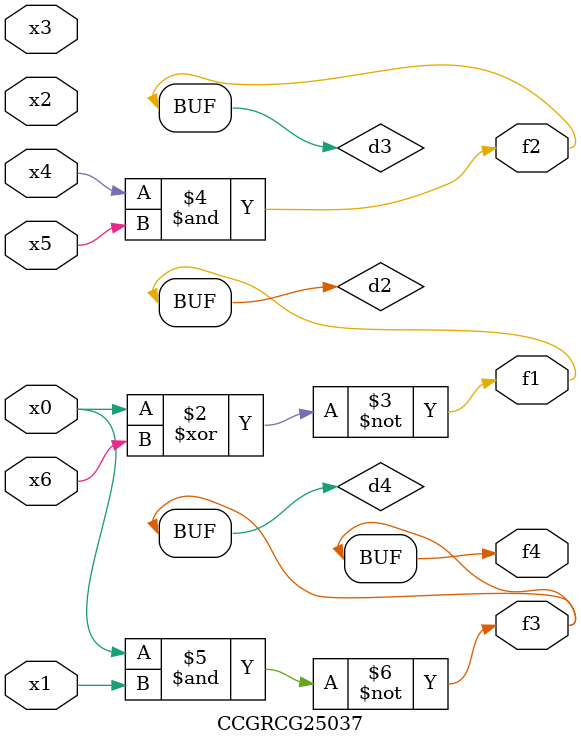
<source format=v>
module CCGRCG25037(
	input x0, x1, x2, x3, x4, x5, x6,
	output f1, f2, f3, f4
);

	wire d1, d2, d3, d4;

	nor (d1, x0);
	xnor (d2, x0, x6);
	and (d3, x4, x5);
	nand (d4, x0, x1);
	assign f1 = d2;
	assign f2 = d3;
	assign f3 = d4;
	assign f4 = d4;
endmodule

</source>
